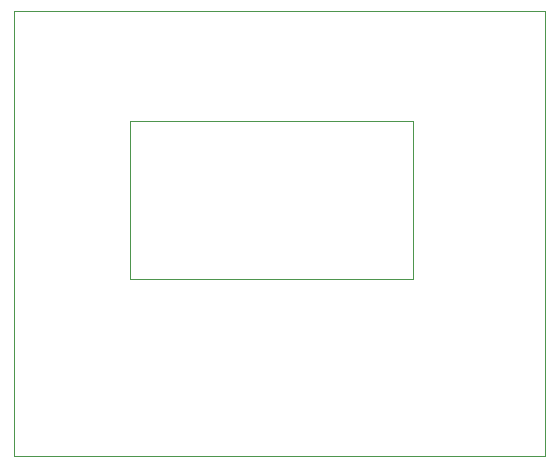
<source format=gbr>
%TF.GenerationSoftware,KiCad,Pcbnew,9.0.6*%
%TF.CreationDate,2025-12-26T20:18:00+00:00*%
%TF.ProjectId,PIDI-BOX-01-FRONTPANEL-1-3TE-A1,50494449-2d42-44f5-982d-30312d46524f,rev?*%
%TF.SameCoordinates,Original*%
%TF.FileFunction,Profile,NP*%
%FSLAX46Y46*%
G04 Gerber Fmt 4.6, Leading zero omitted, Abs format (unit mm)*
G04 Created by KiCad (PCBNEW 9.0.6) date 2025-12-26 20:18:00*
%MOMM*%
%LPD*%
G01*
G04 APERTURE LIST*
%TA.AperFunction,Profile*%
%ADD10C,0.050000*%
%TD*%
G04 APERTURE END LIST*
D10*
X85050000Y-49650000D02*
X130050000Y-49650000D01*
X130050000Y-87250000D01*
X85050000Y-87250000D01*
X85050000Y-49650000D01*
X94905400Y-58948800D02*
X118864000Y-58948800D01*
X118864000Y-72263000D01*
X94905400Y-72263000D01*
X94905400Y-58948800D01*
M02*

</source>
